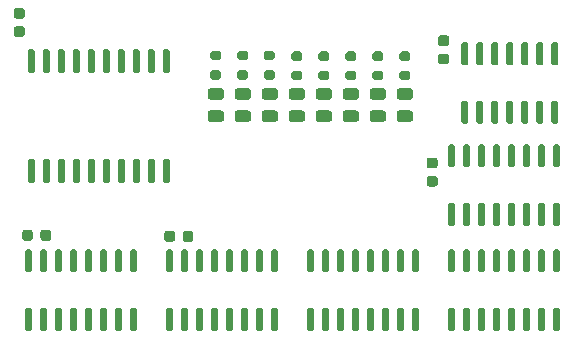
<source format=gbr>
%TF.GenerationSoftware,KiCad,Pcbnew,(5.1.10-1-10_14)*%
%TF.CreationDate,2021-09-22T20:52:25-04:00*%
%TF.ProjectId,SHIFT,53484946-542e-46b6-9963-61645f706362,rev?*%
%TF.SameCoordinates,Original*%
%TF.FileFunction,Paste,Top*%
%TF.FilePolarity,Positive*%
%FSLAX46Y46*%
G04 Gerber Fmt 4.6, Leading zero omitted, Abs format (unit mm)*
G04 Created by KiCad (PCBNEW (5.1.10-1-10_14)) date 2021-09-22 20:52:25*
%MOMM*%
%LPD*%
G01*
G04 APERTURE LIST*
G04 APERTURE END LIST*
%TO.C,C5*%
G36*
G01*
X128640000Y-55495000D02*
X128140000Y-55495000D01*
G75*
G02*
X127915000Y-55270000I0J225000D01*
G01*
X127915000Y-54820000D01*
G75*
G02*
X128140000Y-54595000I225000J0D01*
G01*
X128640000Y-54595000D01*
G75*
G02*
X128865000Y-54820000I0J-225000D01*
G01*
X128865000Y-55270000D01*
G75*
G02*
X128640000Y-55495000I-225000J0D01*
G01*
G37*
G36*
G01*
X128640000Y-57045000D02*
X128140000Y-57045000D01*
G75*
G02*
X127915000Y-56820000I0J225000D01*
G01*
X127915000Y-56370000D01*
G75*
G02*
X128140000Y-56145000I225000J0D01*
G01*
X128640000Y-56145000D01*
G75*
G02*
X128865000Y-56370000I0J-225000D01*
G01*
X128865000Y-56820000D01*
G75*
G02*
X128640000Y-57045000I-225000J0D01*
G01*
G37*
%TD*%
%TO.C,C4*%
G36*
G01*
X142225000Y-74180000D02*
X142225000Y-73680000D01*
G75*
G02*
X142450000Y-73455000I225000J0D01*
G01*
X142900000Y-73455000D01*
G75*
G02*
X143125000Y-73680000I0J-225000D01*
G01*
X143125000Y-74180000D01*
G75*
G02*
X142900000Y-74405000I-225000J0D01*
G01*
X142450000Y-74405000D01*
G75*
G02*
X142225000Y-74180000I0J225000D01*
G01*
G37*
G36*
G01*
X140675000Y-74180000D02*
X140675000Y-73680000D01*
G75*
G02*
X140900000Y-73455000I225000J0D01*
G01*
X141350000Y-73455000D01*
G75*
G02*
X141575000Y-73680000I0J-225000D01*
G01*
X141575000Y-74180000D01*
G75*
G02*
X141350000Y-74405000I-225000J0D01*
G01*
X140900000Y-74405000D01*
G75*
G02*
X140675000Y-74180000I0J225000D01*
G01*
G37*
%TD*%
%TO.C,C3*%
G36*
G01*
X164570000Y-57815000D02*
X164070000Y-57815000D01*
G75*
G02*
X163845000Y-57590000I0J225000D01*
G01*
X163845000Y-57140000D01*
G75*
G02*
X164070000Y-56915000I225000J0D01*
G01*
X164570000Y-56915000D01*
G75*
G02*
X164795000Y-57140000I0J-225000D01*
G01*
X164795000Y-57590000D01*
G75*
G02*
X164570000Y-57815000I-225000J0D01*
G01*
G37*
G36*
G01*
X164570000Y-59365000D02*
X164070000Y-59365000D01*
G75*
G02*
X163845000Y-59140000I0J225000D01*
G01*
X163845000Y-58690000D01*
G75*
G02*
X164070000Y-58465000I225000J0D01*
G01*
X164570000Y-58465000D01*
G75*
G02*
X164795000Y-58690000I0J-225000D01*
G01*
X164795000Y-59140000D01*
G75*
G02*
X164570000Y-59365000I-225000J0D01*
G01*
G37*
%TD*%
%TO.C,C2*%
G36*
G01*
X130185000Y-74100000D02*
X130185000Y-73600000D01*
G75*
G02*
X130410000Y-73375000I225000J0D01*
G01*
X130860000Y-73375000D01*
G75*
G02*
X131085000Y-73600000I0J-225000D01*
G01*
X131085000Y-74100000D01*
G75*
G02*
X130860000Y-74325000I-225000J0D01*
G01*
X130410000Y-74325000D01*
G75*
G02*
X130185000Y-74100000I0J225000D01*
G01*
G37*
G36*
G01*
X128635000Y-74100000D02*
X128635000Y-73600000D01*
G75*
G02*
X128860000Y-73375000I225000J0D01*
G01*
X129310000Y-73375000D01*
G75*
G02*
X129535000Y-73600000I0J-225000D01*
G01*
X129535000Y-74100000D01*
G75*
G02*
X129310000Y-74325000I-225000J0D01*
G01*
X128860000Y-74325000D01*
G75*
G02*
X128635000Y-74100000I0J225000D01*
G01*
G37*
%TD*%
%TO.C,C1*%
G36*
G01*
X163600000Y-68170000D02*
X163100000Y-68170000D01*
G75*
G02*
X162875000Y-67945000I0J225000D01*
G01*
X162875000Y-67495000D01*
G75*
G02*
X163100000Y-67270000I225000J0D01*
G01*
X163600000Y-67270000D01*
G75*
G02*
X163825000Y-67495000I0J-225000D01*
G01*
X163825000Y-67945000D01*
G75*
G02*
X163600000Y-68170000I-225000J0D01*
G01*
G37*
G36*
G01*
X163600000Y-69720000D02*
X163100000Y-69720000D01*
G75*
G02*
X162875000Y-69495000I0J225000D01*
G01*
X162875000Y-69045000D01*
G75*
G02*
X163100000Y-68820000I225000J0D01*
G01*
X163600000Y-68820000D01*
G75*
G02*
X163825000Y-69045000I0J-225000D01*
G01*
X163825000Y-69495000D01*
G75*
G02*
X163600000Y-69720000I-225000J0D01*
G01*
G37*
%TD*%
%TO.C,U15*%
G36*
G01*
X161311000Y-59074000D02*
X160761000Y-59074000D01*
G75*
G02*
X160561000Y-58874000I0J200000D01*
G01*
X160561000Y-58474000D01*
G75*
G02*
X160761000Y-58274000I200000J0D01*
G01*
X161311000Y-58274000D01*
G75*
G02*
X161511000Y-58474000I0J-200000D01*
G01*
X161511000Y-58874000D01*
G75*
G02*
X161311000Y-59074000I-200000J0D01*
G01*
G37*
G36*
G01*
X161311000Y-60724000D02*
X160761000Y-60724000D01*
G75*
G02*
X160561000Y-60524000I0J200000D01*
G01*
X160561000Y-60124000D01*
G75*
G02*
X160761000Y-59924000I200000J0D01*
G01*
X161311000Y-59924000D01*
G75*
G02*
X161511000Y-60124000I0J-200000D01*
G01*
X161511000Y-60524000D01*
G75*
G02*
X161311000Y-60724000I-200000J0D01*
G01*
G37*
%TD*%
%TO.C,U14*%
G36*
G01*
X159025000Y-59074000D02*
X158475000Y-59074000D01*
G75*
G02*
X158275000Y-58874000I0J200000D01*
G01*
X158275000Y-58474000D01*
G75*
G02*
X158475000Y-58274000I200000J0D01*
G01*
X159025000Y-58274000D01*
G75*
G02*
X159225000Y-58474000I0J-200000D01*
G01*
X159225000Y-58874000D01*
G75*
G02*
X159025000Y-59074000I-200000J0D01*
G01*
G37*
G36*
G01*
X159025000Y-60724000D02*
X158475000Y-60724000D01*
G75*
G02*
X158275000Y-60524000I0J200000D01*
G01*
X158275000Y-60124000D01*
G75*
G02*
X158475000Y-59924000I200000J0D01*
G01*
X159025000Y-59924000D01*
G75*
G02*
X159225000Y-60124000I0J-200000D01*
G01*
X159225000Y-60524000D01*
G75*
G02*
X159025000Y-60724000I-200000J0D01*
G01*
G37*
%TD*%
%TO.C,U13*%
G36*
G01*
X156739000Y-59074000D02*
X156189000Y-59074000D01*
G75*
G02*
X155989000Y-58874000I0J200000D01*
G01*
X155989000Y-58474000D01*
G75*
G02*
X156189000Y-58274000I200000J0D01*
G01*
X156739000Y-58274000D01*
G75*
G02*
X156939000Y-58474000I0J-200000D01*
G01*
X156939000Y-58874000D01*
G75*
G02*
X156739000Y-59074000I-200000J0D01*
G01*
G37*
G36*
G01*
X156739000Y-60724000D02*
X156189000Y-60724000D01*
G75*
G02*
X155989000Y-60524000I0J200000D01*
G01*
X155989000Y-60124000D01*
G75*
G02*
X156189000Y-59924000I200000J0D01*
G01*
X156739000Y-59924000D01*
G75*
G02*
X156939000Y-60124000I0J-200000D01*
G01*
X156939000Y-60524000D01*
G75*
G02*
X156739000Y-60724000I-200000J0D01*
G01*
G37*
%TD*%
%TO.C,U12*%
G36*
G01*
X154453000Y-59074000D02*
X153903000Y-59074000D01*
G75*
G02*
X153703000Y-58874000I0J200000D01*
G01*
X153703000Y-58474000D01*
G75*
G02*
X153903000Y-58274000I200000J0D01*
G01*
X154453000Y-58274000D01*
G75*
G02*
X154653000Y-58474000I0J-200000D01*
G01*
X154653000Y-58874000D01*
G75*
G02*
X154453000Y-59074000I-200000J0D01*
G01*
G37*
G36*
G01*
X154453000Y-60724000D02*
X153903000Y-60724000D01*
G75*
G02*
X153703000Y-60524000I0J200000D01*
G01*
X153703000Y-60124000D01*
G75*
G02*
X153903000Y-59924000I200000J0D01*
G01*
X154453000Y-59924000D01*
G75*
G02*
X154653000Y-60124000I0J-200000D01*
G01*
X154653000Y-60524000D01*
G75*
G02*
X154453000Y-60724000I-200000J0D01*
G01*
G37*
%TD*%
%TO.C,U11*%
G36*
G01*
X152167000Y-59074000D02*
X151617000Y-59074000D01*
G75*
G02*
X151417000Y-58874000I0J200000D01*
G01*
X151417000Y-58474000D01*
G75*
G02*
X151617000Y-58274000I200000J0D01*
G01*
X152167000Y-58274000D01*
G75*
G02*
X152367000Y-58474000I0J-200000D01*
G01*
X152367000Y-58874000D01*
G75*
G02*
X152167000Y-59074000I-200000J0D01*
G01*
G37*
G36*
G01*
X152167000Y-60724000D02*
X151617000Y-60724000D01*
G75*
G02*
X151417000Y-60524000I0J200000D01*
G01*
X151417000Y-60124000D01*
G75*
G02*
X151617000Y-59924000I200000J0D01*
G01*
X152167000Y-59924000D01*
G75*
G02*
X152367000Y-60124000I0J-200000D01*
G01*
X152367000Y-60524000D01*
G75*
G02*
X152167000Y-60724000I-200000J0D01*
G01*
G37*
%TD*%
%TO.C,U10*%
G36*
G01*
X149818000Y-59011000D02*
X149268000Y-59011000D01*
G75*
G02*
X149068000Y-58811000I0J200000D01*
G01*
X149068000Y-58411000D01*
G75*
G02*
X149268000Y-58211000I200000J0D01*
G01*
X149818000Y-58211000D01*
G75*
G02*
X150018000Y-58411000I0J-200000D01*
G01*
X150018000Y-58811000D01*
G75*
G02*
X149818000Y-59011000I-200000J0D01*
G01*
G37*
G36*
G01*
X149818000Y-60661000D02*
X149268000Y-60661000D01*
G75*
G02*
X149068000Y-60461000I0J200000D01*
G01*
X149068000Y-60061000D01*
G75*
G02*
X149268000Y-59861000I200000J0D01*
G01*
X149818000Y-59861000D01*
G75*
G02*
X150018000Y-60061000I0J-200000D01*
G01*
X150018000Y-60461000D01*
G75*
G02*
X149818000Y-60661000I-200000J0D01*
G01*
G37*
%TD*%
%TO.C,U9*%
G36*
G01*
X147595000Y-59011000D02*
X147045000Y-59011000D01*
G75*
G02*
X146845000Y-58811000I0J200000D01*
G01*
X146845000Y-58411000D01*
G75*
G02*
X147045000Y-58211000I200000J0D01*
G01*
X147595000Y-58211000D01*
G75*
G02*
X147795000Y-58411000I0J-200000D01*
G01*
X147795000Y-58811000D01*
G75*
G02*
X147595000Y-59011000I-200000J0D01*
G01*
G37*
G36*
G01*
X147595000Y-60661000D02*
X147045000Y-60661000D01*
G75*
G02*
X146845000Y-60461000I0J200000D01*
G01*
X146845000Y-60061000D01*
G75*
G02*
X147045000Y-59861000I200000J0D01*
G01*
X147595000Y-59861000D01*
G75*
G02*
X147795000Y-60061000I0J-200000D01*
G01*
X147795000Y-60461000D01*
G75*
G02*
X147595000Y-60661000I-200000J0D01*
G01*
G37*
%TD*%
%TO.C,U8*%
G36*
G01*
X145309000Y-59011000D02*
X144759000Y-59011000D01*
G75*
G02*
X144559000Y-58811000I0J200000D01*
G01*
X144559000Y-58411000D01*
G75*
G02*
X144759000Y-58211000I200000J0D01*
G01*
X145309000Y-58211000D01*
G75*
G02*
X145509000Y-58411000I0J-200000D01*
G01*
X145509000Y-58811000D01*
G75*
G02*
X145309000Y-59011000I-200000J0D01*
G01*
G37*
G36*
G01*
X145309000Y-60661000D02*
X144759000Y-60661000D01*
G75*
G02*
X144559000Y-60461000I0J200000D01*
G01*
X144559000Y-60061000D01*
G75*
G02*
X144759000Y-59861000I200000J0D01*
G01*
X145309000Y-59861000D01*
G75*
G02*
X145509000Y-60061000I0J-200000D01*
G01*
X145509000Y-60461000D01*
G75*
G02*
X145309000Y-60661000I-200000J0D01*
G01*
G37*
%TD*%
%TO.C,D8*%
G36*
G01*
X160579750Y-63266500D02*
X161492250Y-63266500D01*
G75*
G02*
X161736000Y-63510250I0J-243750D01*
G01*
X161736000Y-63997750D01*
G75*
G02*
X161492250Y-64241500I-243750J0D01*
G01*
X160579750Y-64241500D01*
G75*
G02*
X160336000Y-63997750I0J243750D01*
G01*
X160336000Y-63510250D01*
G75*
G02*
X160579750Y-63266500I243750J0D01*
G01*
G37*
G36*
G01*
X160579750Y-61391500D02*
X161492250Y-61391500D01*
G75*
G02*
X161736000Y-61635250I0J-243750D01*
G01*
X161736000Y-62122750D01*
G75*
G02*
X161492250Y-62366500I-243750J0D01*
G01*
X160579750Y-62366500D01*
G75*
G02*
X160336000Y-62122750I0J243750D01*
G01*
X160336000Y-61635250D01*
G75*
G02*
X160579750Y-61391500I243750J0D01*
G01*
G37*
%TD*%
%TO.C,D7*%
G36*
G01*
X158293750Y-63266500D02*
X159206250Y-63266500D01*
G75*
G02*
X159450000Y-63510250I0J-243750D01*
G01*
X159450000Y-63997750D01*
G75*
G02*
X159206250Y-64241500I-243750J0D01*
G01*
X158293750Y-64241500D01*
G75*
G02*
X158050000Y-63997750I0J243750D01*
G01*
X158050000Y-63510250D01*
G75*
G02*
X158293750Y-63266500I243750J0D01*
G01*
G37*
G36*
G01*
X158293750Y-61391500D02*
X159206250Y-61391500D01*
G75*
G02*
X159450000Y-61635250I0J-243750D01*
G01*
X159450000Y-62122750D01*
G75*
G02*
X159206250Y-62366500I-243750J0D01*
G01*
X158293750Y-62366500D01*
G75*
G02*
X158050000Y-62122750I0J243750D01*
G01*
X158050000Y-61635250D01*
G75*
G02*
X158293750Y-61391500I243750J0D01*
G01*
G37*
%TD*%
%TO.C,D6*%
G36*
G01*
X156007750Y-63266500D02*
X156920250Y-63266500D01*
G75*
G02*
X157164000Y-63510250I0J-243750D01*
G01*
X157164000Y-63997750D01*
G75*
G02*
X156920250Y-64241500I-243750J0D01*
G01*
X156007750Y-64241500D01*
G75*
G02*
X155764000Y-63997750I0J243750D01*
G01*
X155764000Y-63510250D01*
G75*
G02*
X156007750Y-63266500I243750J0D01*
G01*
G37*
G36*
G01*
X156007750Y-61391500D02*
X156920250Y-61391500D01*
G75*
G02*
X157164000Y-61635250I0J-243750D01*
G01*
X157164000Y-62122750D01*
G75*
G02*
X156920250Y-62366500I-243750J0D01*
G01*
X156007750Y-62366500D01*
G75*
G02*
X155764000Y-62122750I0J243750D01*
G01*
X155764000Y-61635250D01*
G75*
G02*
X156007750Y-61391500I243750J0D01*
G01*
G37*
%TD*%
%TO.C,D5*%
G36*
G01*
X153721750Y-63266500D02*
X154634250Y-63266500D01*
G75*
G02*
X154878000Y-63510250I0J-243750D01*
G01*
X154878000Y-63997750D01*
G75*
G02*
X154634250Y-64241500I-243750J0D01*
G01*
X153721750Y-64241500D01*
G75*
G02*
X153478000Y-63997750I0J243750D01*
G01*
X153478000Y-63510250D01*
G75*
G02*
X153721750Y-63266500I243750J0D01*
G01*
G37*
G36*
G01*
X153721750Y-61391500D02*
X154634250Y-61391500D01*
G75*
G02*
X154878000Y-61635250I0J-243750D01*
G01*
X154878000Y-62122750D01*
G75*
G02*
X154634250Y-62366500I-243750J0D01*
G01*
X153721750Y-62366500D01*
G75*
G02*
X153478000Y-62122750I0J243750D01*
G01*
X153478000Y-61635250D01*
G75*
G02*
X153721750Y-61391500I243750J0D01*
G01*
G37*
%TD*%
%TO.C,D4*%
G36*
G01*
X151435750Y-63266500D02*
X152348250Y-63266500D01*
G75*
G02*
X152592000Y-63510250I0J-243750D01*
G01*
X152592000Y-63997750D01*
G75*
G02*
X152348250Y-64241500I-243750J0D01*
G01*
X151435750Y-64241500D01*
G75*
G02*
X151192000Y-63997750I0J243750D01*
G01*
X151192000Y-63510250D01*
G75*
G02*
X151435750Y-63266500I243750J0D01*
G01*
G37*
G36*
G01*
X151435750Y-61391500D02*
X152348250Y-61391500D01*
G75*
G02*
X152592000Y-61635250I0J-243750D01*
G01*
X152592000Y-62122750D01*
G75*
G02*
X152348250Y-62366500I-243750J0D01*
G01*
X151435750Y-62366500D01*
G75*
G02*
X151192000Y-62122750I0J243750D01*
G01*
X151192000Y-61635250D01*
G75*
G02*
X151435750Y-61391500I243750J0D01*
G01*
G37*
%TD*%
%TO.C,D3*%
G36*
G01*
X149149750Y-63266500D02*
X150062250Y-63266500D01*
G75*
G02*
X150306000Y-63510250I0J-243750D01*
G01*
X150306000Y-63997750D01*
G75*
G02*
X150062250Y-64241500I-243750J0D01*
G01*
X149149750Y-64241500D01*
G75*
G02*
X148906000Y-63997750I0J243750D01*
G01*
X148906000Y-63510250D01*
G75*
G02*
X149149750Y-63266500I243750J0D01*
G01*
G37*
G36*
G01*
X149149750Y-61391500D02*
X150062250Y-61391500D01*
G75*
G02*
X150306000Y-61635250I0J-243750D01*
G01*
X150306000Y-62122750D01*
G75*
G02*
X150062250Y-62366500I-243750J0D01*
G01*
X149149750Y-62366500D01*
G75*
G02*
X148906000Y-62122750I0J243750D01*
G01*
X148906000Y-61635250D01*
G75*
G02*
X149149750Y-61391500I243750J0D01*
G01*
G37*
%TD*%
%TO.C,D2*%
G36*
G01*
X146863750Y-63266500D02*
X147776250Y-63266500D01*
G75*
G02*
X148020000Y-63510250I0J-243750D01*
G01*
X148020000Y-63997750D01*
G75*
G02*
X147776250Y-64241500I-243750J0D01*
G01*
X146863750Y-64241500D01*
G75*
G02*
X146620000Y-63997750I0J243750D01*
G01*
X146620000Y-63510250D01*
G75*
G02*
X146863750Y-63266500I243750J0D01*
G01*
G37*
G36*
G01*
X146863750Y-61391500D02*
X147776250Y-61391500D01*
G75*
G02*
X148020000Y-61635250I0J-243750D01*
G01*
X148020000Y-62122750D01*
G75*
G02*
X147776250Y-62366500I-243750J0D01*
G01*
X146863750Y-62366500D01*
G75*
G02*
X146620000Y-62122750I0J243750D01*
G01*
X146620000Y-61635250D01*
G75*
G02*
X146863750Y-61391500I243750J0D01*
G01*
G37*
%TD*%
%TO.C,D1*%
G36*
G01*
X144577750Y-63266500D02*
X145490250Y-63266500D01*
G75*
G02*
X145734000Y-63510250I0J-243750D01*
G01*
X145734000Y-63997750D01*
G75*
G02*
X145490250Y-64241500I-243750J0D01*
G01*
X144577750Y-64241500D01*
G75*
G02*
X144334000Y-63997750I0J243750D01*
G01*
X144334000Y-63510250D01*
G75*
G02*
X144577750Y-63266500I243750J0D01*
G01*
G37*
G36*
G01*
X144577750Y-61391500D02*
X145490250Y-61391500D01*
G75*
G02*
X145734000Y-61635250I0J-243750D01*
G01*
X145734000Y-62122750D01*
G75*
G02*
X145490250Y-62366500I-243750J0D01*
G01*
X144577750Y-62366500D01*
G75*
G02*
X144334000Y-62122750I0J243750D01*
G01*
X144334000Y-61635250D01*
G75*
G02*
X144577750Y-61391500I243750J0D01*
G01*
G37*
%TD*%
%TO.C,U7*%
G36*
G01*
X166266000Y-59460000D02*
X165966000Y-59460000D01*
G75*
G02*
X165816000Y-59310000I0J150000D01*
G01*
X165816000Y-57660000D01*
G75*
G02*
X165966000Y-57510000I150000J0D01*
G01*
X166266000Y-57510000D01*
G75*
G02*
X166416000Y-57660000I0J-150000D01*
G01*
X166416000Y-59310000D01*
G75*
G02*
X166266000Y-59460000I-150000J0D01*
G01*
G37*
G36*
G01*
X167536000Y-59460000D02*
X167236000Y-59460000D01*
G75*
G02*
X167086000Y-59310000I0J150000D01*
G01*
X167086000Y-57660000D01*
G75*
G02*
X167236000Y-57510000I150000J0D01*
G01*
X167536000Y-57510000D01*
G75*
G02*
X167686000Y-57660000I0J-150000D01*
G01*
X167686000Y-59310000D01*
G75*
G02*
X167536000Y-59460000I-150000J0D01*
G01*
G37*
G36*
G01*
X168806000Y-59460000D02*
X168506000Y-59460000D01*
G75*
G02*
X168356000Y-59310000I0J150000D01*
G01*
X168356000Y-57660000D01*
G75*
G02*
X168506000Y-57510000I150000J0D01*
G01*
X168806000Y-57510000D01*
G75*
G02*
X168956000Y-57660000I0J-150000D01*
G01*
X168956000Y-59310000D01*
G75*
G02*
X168806000Y-59460000I-150000J0D01*
G01*
G37*
G36*
G01*
X170076000Y-59460000D02*
X169776000Y-59460000D01*
G75*
G02*
X169626000Y-59310000I0J150000D01*
G01*
X169626000Y-57660000D01*
G75*
G02*
X169776000Y-57510000I150000J0D01*
G01*
X170076000Y-57510000D01*
G75*
G02*
X170226000Y-57660000I0J-150000D01*
G01*
X170226000Y-59310000D01*
G75*
G02*
X170076000Y-59460000I-150000J0D01*
G01*
G37*
G36*
G01*
X171346000Y-59460000D02*
X171046000Y-59460000D01*
G75*
G02*
X170896000Y-59310000I0J150000D01*
G01*
X170896000Y-57660000D01*
G75*
G02*
X171046000Y-57510000I150000J0D01*
G01*
X171346000Y-57510000D01*
G75*
G02*
X171496000Y-57660000I0J-150000D01*
G01*
X171496000Y-59310000D01*
G75*
G02*
X171346000Y-59460000I-150000J0D01*
G01*
G37*
G36*
G01*
X172616000Y-59460000D02*
X172316000Y-59460000D01*
G75*
G02*
X172166000Y-59310000I0J150000D01*
G01*
X172166000Y-57660000D01*
G75*
G02*
X172316000Y-57510000I150000J0D01*
G01*
X172616000Y-57510000D01*
G75*
G02*
X172766000Y-57660000I0J-150000D01*
G01*
X172766000Y-59310000D01*
G75*
G02*
X172616000Y-59460000I-150000J0D01*
G01*
G37*
G36*
G01*
X173886000Y-59460000D02*
X173586000Y-59460000D01*
G75*
G02*
X173436000Y-59310000I0J150000D01*
G01*
X173436000Y-57660000D01*
G75*
G02*
X173586000Y-57510000I150000J0D01*
G01*
X173886000Y-57510000D01*
G75*
G02*
X174036000Y-57660000I0J-150000D01*
G01*
X174036000Y-59310000D01*
G75*
G02*
X173886000Y-59460000I-150000J0D01*
G01*
G37*
G36*
G01*
X173886000Y-64410000D02*
X173586000Y-64410000D01*
G75*
G02*
X173436000Y-64260000I0J150000D01*
G01*
X173436000Y-62610000D01*
G75*
G02*
X173586000Y-62460000I150000J0D01*
G01*
X173886000Y-62460000D01*
G75*
G02*
X174036000Y-62610000I0J-150000D01*
G01*
X174036000Y-64260000D01*
G75*
G02*
X173886000Y-64410000I-150000J0D01*
G01*
G37*
G36*
G01*
X172616000Y-64410000D02*
X172316000Y-64410000D01*
G75*
G02*
X172166000Y-64260000I0J150000D01*
G01*
X172166000Y-62610000D01*
G75*
G02*
X172316000Y-62460000I150000J0D01*
G01*
X172616000Y-62460000D01*
G75*
G02*
X172766000Y-62610000I0J-150000D01*
G01*
X172766000Y-64260000D01*
G75*
G02*
X172616000Y-64410000I-150000J0D01*
G01*
G37*
G36*
G01*
X171346000Y-64410000D02*
X171046000Y-64410000D01*
G75*
G02*
X170896000Y-64260000I0J150000D01*
G01*
X170896000Y-62610000D01*
G75*
G02*
X171046000Y-62460000I150000J0D01*
G01*
X171346000Y-62460000D01*
G75*
G02*
X171496000Y-62610000I0J-150000D01*
G01*
X171496000Y-64260000D01*
G75*
G02*
X171346000Y-64410000I-150000J0D01*
G01*
G37*
G36*
G01*
X170076000Y-64410000D02*
X169776000Y-64410000D01*
G75*
G02*
X169626000Y-64260000I0J150000D01*
G01*
X169626000Y-62610000D01*
G75*
G02*
X169776000Y-62460000I150000J0D01*
G01*
X170076000Y-62460000D01*
G75*
G02*
X170226000Y-62610000I0J-150000D01*
G01*
X170226000Y-64260000D01*
G75*
G02*
X170076000Y-64410000I-150000J0D01*
G01*
G37*
G36*
G01*
X168806000Y-64410000D02*
X168506000Y-64410000D01*
G75*
G02*
X168356000Y-64260000I0J150000D01*
G01*
X168356000Y-62610000D01*
G75*
G02*
X168506000Y-62460000I150000J0D01*
G01*
X168806000Y-62460000D01*
G75*
G02*
X168956000Y-62610000I0J-150000D01*
G01*
X168956000Y-64260000D01*
G75*
G02*
X168806000Y-64410000I-150000J0D01*
G01*
G37*
G36*
G01*
X167536000Y-64410000D02*
X167236000Y-64410000D01*
G75*
G02*
X167086000Y-64260000I0J150000D01*
G01*
X167086000Y-62610000D01*
G75*
G02*
X167236000Y-62460000I150000J0D01*
G01*
X167536000Y-62460000D01*
G75*
G02*
X167686000Y-62610000I0J-150000D01*
G01*
X167686000Y-64260000D01*
G75*
G02*
X167536000Y-64410000I-150000J0D01*
G01*
G37*
G36*
G01*
X166266000Y-64410000D02*
X165966000Y-64410000D01*
G75*
G02*
X165816000Y-64260000I0J150000D01*
G01*
X165816000Y-62610000D01*
G75*
G02*
X165966000Y-62460000I150000J0D01*
G01*
X166266000Y-62460000D01*
G75*
G02*
X166416000Y-62610000I0J-150000D01*
G01*
X166416000Y-64260000D01*
G75*
G02*
X166266000Y-64410000I-150000J0D01*
G01*
G37*
%TD*%
%TO.C,U6*%
G36*
G01*
X165123000Y-68096000D02*
X164823000Y-68096000D01*
G75*
G02*
X164673000Y-67946000I0J150000D01*
G01*
X164673000Y-66296000D01*
G75*
G02*
X164823000Y-66146000I150000J0D01*
G01*
X165123000Y-66146000D01*
G75*
G02*
X165273000Y-66296000I0J-150000D01*
G01*
X165273000Y-67946000D01*
G75*
G02*
X165123000Y-68096000I-150000J0D01*
G01*
G37*
G36*
G01*
X166393000Y-68096000D02*
X166093000Y-68096000D01*
G75*
G02*
X165943000Y-67946000I0J150000D01*
G01*
X165943000Y-66296000D01*
G75*
G02*
X166093000Y-66146000I150000J0D01*
G01*
X166393000Y-66146000D01*
G75*
G02*
X166543000Y-66296000I0J-150000D01*
G01*
X166543000Y-67946000D01*
G75*
G02*
X166393000Y-68096000I-150000J0D01*
G01*
G37*
G36*
G01*
X167663000Y-68096000D02*
X167363000Y-68096000D01*
G75*
G02*
X167213000Y-67946000I0J150000D01*
G01*
X167213000Y-66296000D01*
G75*
G02*
X167363000Y-66146000I150000J0D01*
G01*
X167663000Y-66146000D01*
G75*
G02*
X167813000Y-66296000I0J-150000D01*
G01*
X167813000Y-67946000D01*
G75*
G02*
X167663000Y-68096000I-150000J0D01*
G01*
G37*
G36*
G01*
X168933000Y-68096000D02*
X168633000Y-68096000D01*
G75*
G02*
X168483000Y-67946000I0J150000D01*
G01*
X168483000Y-66296000D01*
G75*
G02*
X168633000Y-66146000I150000J0D01*
G01*
X168933000Y-66146000D01*
G75*
G02*
X169083000Y-66296000I0J-150000D01*
G01*
X169083000Y-67946000D01*
G75*
G02*
X168933000Y-68096000I-150000J0D01*
G01*
G37*
G36*
G01*
X170203000Y-68096000D02*
X169903000Y-68096000D01*
G75*
G02*
X169753000Y-67946000I0J150000D01*
G01*
X169753000Y-66296000D01*
G75*
G02*
X169903000Y-66146000I150000J0D01*
G01*
X170203000Y-66146000D01*
G75*
G02*
X170353000Y-66296000I0J-150000D01*
G01*
X170353000Y-67946000D01*
G75*
G02*
X170203000Y-68096000I-150000J0D01*
G01*
G37*
G36*
G01*
X171473000Y-68096000D02*
X171173000Y-68096000D01*
G75*
G02*
X171023000Y-67946000I0J150000D01*
G01*
X171023000Y-66296000D01*
G75*
G02*
X171173000Y-66146000I150000J0D01*
G01*
X171473000Y-66146000D01*
G75*
G02*
X171623000Y-66296000I0J-150000D01*
G01*
X171623000Y-67946000D01*
G75*
G02*
X171473000Y-68096000I-150000J0D01*
G01*
G37*
G36*
G01*
X172743000Y-68096000D02*
X172443000Y-68096000D01*
G75*
G02*
X172293000Y-67946000I0J150000D01*
G01*
X172293000Y-66296000D01*
G75*
G02*
X172443000Y-66146000I150000J0D01*
G01*
X172743000Y-66146000D01*
G75*
G02*
X172893000Y-66296000I0J-150000D01*
G01*
X172893000Y-67946000D01*
G75*
G02*
X172743000Y-68096000I-150000J0D01*
G01*
G37*
G36*
G01*
X174013000Y-68096000D02*
X173713000Y-68096000D01*
G75*
G02*
X173563000Y-67946000I0J150000D01*
G01*
X173563000Y-66296000D01*
G75*
G02*
X173713000Y-66146000I150000J0D01*
G01*
X174013000Y-66146000D01*
G75*
G02*
X174163000Y-66296000I0J-150000D01*
G01*
X174163000Y-67946000D01*
G75*
G02*
X174013000Y-68096000I-150000J0D01*
G01*
G37*
G36*
G01*
X174013000Y-73046000D02*
X173713000Y-73046000D01*
G75*
G02*
X173563000Y-72896000I0J150000D01*
G01*
X173563000Y-71246000D01*
G75*
G02*
X173713000Y-71096000I150000J0D01*
G01*
X174013000Y-71096000D01*
G75*
G02*
X174163000Y-71246000I0J-150000D01*
G01*
X174163000Y-72896000D01*
G75*
G02*
X174013000Y-73046000I-150000J0D01*
G01*
G37*
G36*
G01*
X172743000Y-73046000D02*
X172443000Y-73046000D01*
G75*
G02*
X172293000Y-72896000I0J150000D01*
G01*
X172293000Y-71246000D01*
G75*
G02*
X172443000Y-71096000I150000J0D01*
G01*
X172743000Y-71096000D01*
G75*
G02*
X172893000Y-71246000I0J-150000D01*
G01*
X172893000Y-72896000D01*
G75*
G02*
X172743000Y-73046000I-150000J0D01*
G01*
G37*
G36*
G01*
X171473000Y-73046000D02*
X171173000Y-73046000D01*
G75*
G02*
X171023000Y-72896000I0J150000D01*
G01*
X171023000Y-71246000D01*
G75*
G02*
X171173000Y-71096000I150000J0D01*
G01*
X171473000Y-71096000D01*
G75*
G02*
X171623000Y-71246000I0J-150000D01*
G01*
X171623000Y-72896000D01*
G75*
G02*
X171473000Y-73046000I-150000J0D01*
G01*
G37*
G36*
G01*
X170203000Y-73046000D02*
X169903000Y-73046000D01*
G75*
G02*
X169753000Y-72896000I0J150000D01*
G01*
X169753000Y-71246000D01*
G75*
G02*
X169903000Y-71096000I150000J0D01*
G01*
X170203000Y-71096000D01*
G75*
G02*
X170353000Y-71246000I0J-150000D01*
G01*
X170353000Y-72896000D01*
G75*
G02*
X170203000Y-73046000I-150000J0D01*
G01*
G37*
G36*
G01*
X168933000Y-73046000D02*
X168633000Y-73046000D01*
G75*
G02*
X168483000Y-72896000I0J150000D01*
G01*
X168483000Y-71246000D01*
G75*
G02*
X168633000Y-71096000I150000J0D01*
G01*
X168933000Y-71096000D01*
G75*
G02*
X169083000Y-71246000I0J-150000D01*
G01*
X169083000Y-72896000D01*
G75*
G02*
X168933000Y-73046000I-150000J0D01*
G01*
G37*
G36*
G01*
X167663000Y-73046000D02*
X167363000Y-73046000D01*
G75*
G02*
X167213000Y-72896000I0J150000D01*
G01*
X167213000Y-71246000D01*
G75*
G02*
X167363000Y-71096000I150000J0D01*
G01*
X167663000Y-71096000D01*
G75*
G02*
X167813000Y-71246000I0J-150000D01*
G01*
X167813000Y-72896000D01*
G75*
G02*
X167663000Y-73046000I-150000J0D01*
G01*
G37*
G36*
G01*
X166393000Y-73046000D02*
X166093000Y-73046000D01*
G75*
G02*
X165943000Y-72896000I0J150000D01*
G01*
X165943000Y-71246000D01*
G75*
G02*
X166093000Y-71096000I150000J0D01*
G01*
X166393000Y-71096000D01*
G75*
G02*
X166543000Y-71246000I0J-150000D01*
G01*
X166543000Y-72896000D01*
G75*
G02*
X166393000Y-73046000I-150000J0D01*
G01*
G37*
G36*
G01*
X165123000Y-73046000D02*
X164823000Y-73046000D01*
G75*
G02*
X164673000Y-72896000I0J150000D01*
G01*
X164673000Y-71246000D01*
G75*
G02*
X164823000Y-71096000I150000J0D01*
G01*
X165123000Y-71096000D01*
G75*
G02*
X165273000Y-71246000I0J-150000D01*
G01*
X165273000Y-72896000D01*
G75*
G02*
X165123000Y-73046000I-150000J0D01*
G01*
G37*
%TD*%
%TO.C,U5*%
G36*
G01*
X165123000Y-76986000D02*
X164823000Y-76986000D01*
G75*
G02*
X164673000Y-76836000I0J150000D01*
G01*
X164673000Y-75186000D01*
G75*
G02*
X164823000Y-75036000I150000J0D01*
G01*
X165123000Y-75036000D01*
G75*
G02*
X165273000Y-75186000I0J-150000D01*
G01*
X165273000Y-76836000D01*
G75*
G02*
X165123000Y-76986000I-150000J0D01*
G01*
G37*
G36*
G01*
X166393000Y-76986000D02*
X166093000Y-76986000D01*
G75*
G02*
X165943000Y-76836000I0J150000D01*
G01*
X165943000Y-75186000D01*
G75*
G02*
X166093000Y-75036000I150000J0D01*
G01*
X166393000Y-75036000D01*
G75*
G02*
X166543000Y-75186000I0J-150000D01*
G01*
X166543000Y-76836000D01*
G75*
G02*
X166393000Y-76986000I-150000J0D01*
G01*
G37*
G36*
G01*
X167663000Y-76986000D02*
X167363000Y-76986000D01*
G75*
G02*
X167213000Y-76836000I0J150000D01*
G01*
X167213000Y-75186000D01*
G75*
G02*
X167363000Y-75036000I150000J0D01*
G01*
X167663000Y-75036000D01*
G75*
G02*
X167813000Y-75186000I0J-150000D01*
G01*
X167813000Y-76836000D01*
G75*
G02*
X167663000Y-76986000I-150000J0D01*
G01*
G37*
G36*
G01*
X168933000Y-76986000D02*
X168633000Y-76986000D01*
G75*
G02*
X168483000Y-76836000I0J150000D01*
G01*
X168483000Y-75186000D01*
G75*
G02*
X168633000Y-75036000I150000J0D01*
G01*
X168933000Y-75036000D01*
G75*
G02*
X169083000Y-75186000I0J-150000D01*
G01*
X169083000Y-76836000D01*
G75*
G02*
X168933000Y-76986000I-150000J0D01*
G01*
G37*
G36*
G01*
X170203000Y-76986000D02*
X169903000Y-76986000D01*
G75*
G02*
X169753000Y-76836000I0J150000D01*
G01*
X169753000Y-75186000D01*
G75*
G02*
X169903000Y-75036000I150000J0D01*
G01*
X170203000Y-75036000D01*
G75*
G02*
X170353000Y-75186000I0J-150000D01*
G01*
X170353000Y-76836000D01*
G75*
G02*
X170203000Y-76986000I-150000J0D01*
G01*
G37*
G36*
G01*
X171473000Y-76986000D02*
X171173000Y-76986000D01*
G75*
G02*
X171023000Y-76836000I0J150000D01*
G01*
X171023000Y-75186000D01*
G75*
G02*
X171173000Y-75036000I150000J0D01*
G01*
X171473000Y-75036000D01*
G75*
G02*
X171623000Y-75186000I0J-150000D01*
G01*
X171623000Y-76836000D01*
G75*
G02*
X171473000Y-76986000I-150000J0D01*
G01*
G37*
G36*
G01*
X172743000Y-76986000D02*
X172443000Y-76986000D01*
G75*
G02*
X172293000Y-76836000I0J150000D01*
G01*
X172293000Y-75186000D01*
G75*
G02*
X172443000Y-75036000I150000J0D01*
G01*
X172743000Y-75036000D01*
G75*
G02*
X172893000Y-75186000I0J-150000D01*
G01*
X172893000Y-76836000D01*
G75*
G02*
X172743000Y-76986000I-150000J0D01*
G01*
G37*
G36*
G01*
X174013000Y-76986000D02*
X173713000Y-76986000D01*
G75*
G02*
X173563000Y-76836000I0J150000D01*
G01*
X173563000Y-75186000D01*
G75*
G02*
X173713000Y-75036000I150000J0D01*
G01*
X174013000Y-75036000D01*
G75*
G02*
X174163000Y-75186000I0J-150000D01*
G01*
X174163000Y-76836000D01*
G75*
G02*
X174013000Y-76986000I-150000J0D01*
G01*
G37*
G36*
G01*
X174013000Y-81936000D02*
X173713000Y-81936000D01*
G75*
G02*
X173563000Y-81786000I0J150000D01*
G01*
X173563000Y-80136000D01*
G75*
G02*
X173713000Y-79986000I150000J0D01*
G01*
X174013000Y-79986000D01*
G75*
G02*
X174163000Y-80136000I0J-150000D01*
G01*
X174163000Y-81786000D01*
G75*
G02*
X174013000Y-81936000I-150000J0D01*
G01*
G37*
G36*
G01*
X172743000Y-81936000D02*
X172443000Y-81936000D01*
G75*
G02*
X172293000Y-81786000I0J150000D01*
G01*
X172293000Y-80136000D01*
G75*
G02*
X172443000Y-79986000I150000J0D01*
G01*
X172743000Y-79986000D01*
G75*
G02*
X172893000Y-80136000I0J-150000D01*
G01*
X172893000Y-81786000D01*
G75*
G02*
X172743000Y-81936000I-150000J0D01*
G01*
G37*
G36*
G01*
X171473000Y-81936000D02*
X171173000Y-81936000D01*
G75*
G02*
X171023000Y-81786000I0J150000D01*
G01*
X171023000Y-80136000D01*
G75*
G02*
X171173000Y-79986000I150000J0D01*
G01*
X171473000Y-79986000D01*
G75*
G02*
X171623000Y-80136000I0J-150000D01*
G01*
X171623000Y-81786000D01*
G75*
G02*
X171473000Y-81936000I-150000J0D01*
G01*
G37*
G36*
G01*
X170203000Y-81936000D02*
X169903000Y-81936000D01*
G75*
G02*
X169753000Y-81786000I0J150000D01*
G01*
X169753000Y-80136000D01*
G75*
G02*
X169903000Y-79986000I150000J0D01*
G01*
X170203000Y-79986000D01*
G75*
G02*
X170353000Y-80136000I0J-150000D01*
G01*
X170353000Y-81786000D01*
G75*
G02*
X170203000Y-81936000I-150000J0D01*
G01*
G37*
G36*
G01*
X168933000Y-81936000D02*
X168633000Y-81936000D01*
G75*
G02*
X168483000Y-81786000I0J150000D01*
G01*
X168483000Y-80136000D01*
G75*
G02*
X168633000Y-79986000I150000J0D01*
G01*
X168933000Y-79986000D01*
G75*
G02*
X169083000Y-80136000I0J-150000D01*
G01*
X169083000Y-81786000D01*
G75*
G02*
X168933000Y-81936000I-150000J0D01*
G01*
G37*
G36*
G01*
X167663000Y-81936000D02*
X167363000Y-81936000D01*
G75*
G02*
X167213000Y-81786000I0J150000D01*
G01*
X167213000Y-80136000D01*
G75*
G02*
X167363000Y-79986000I150000J0D01*
G01*
X167663000Y-79986000D01*
G75*
G02*
X167813000Y-80136000I0J-150000D01*
G01*
X167813000Y-81786000D01*
G75*
G02*
X167663000Y-81936000I-150000J0D01*
G01*
G37*
G36*
G01*
X166393000Y-81936000D02*
X166093000Y-81936000D01*
G75*
G02*
X165943000Y-81786000I0J150000D01*
G01*
X165943000Y-80136000D01*
G75*
G02*
X166093000Y-79986000I150000J0D01*
G01*
X166393000Y-79986000D01*
G75*
G02*
X166543000Y-80136000I0J-150000D01*
G01*
X166543000Y-81786000D01*
G75*
G02*
X166393000Y-81936000I-150000J0D01*
G01*
G37*
G36*
G01*
X165123000Y-81936000D02*
X164823000Y-81936000D01*
G75*
G02*
X164673000Y-81786000I0J150000D01*
G01*
X164673000Y-80136000D01*
G75*
G02*
X164823000Y-79986000I150000J0D01*
G01*
X165123000Y-79986000D01*
G75*
G02*
X165273000Y-80136000I0J-150000D01*
G01*
X165273000Y-81786000D01*
G75*
G02*
X165123000Y-81936000I-150000J0D01*
G01*
G37*
%TD*%
%TO.C,U4*%
G36*
G01*
X153185000Y-76986000D02*
X152885000Y-76986000D01*
G75*
G02*
X152735000Y-76836000I0J150000D01*
G01*
X152735000Y-75186000D01*
G75*
G02*
X152885000Y-75036000I150000J0D01*
G01*
X153185000Y-75036000D01*
G75*
G02*
X153335000Y-75186000I0J-150000D01*
G01*
X153335000Y-76836000D01*
G75*
G02*
X153185000Y-76986000I-150000J0D01*
G01*
G37*
G36*
G01*
X154455000Y-76986000D02*
X154155000Y-76986000D01*
G75*
G02*
X154005000Y-76836000I0J150000D01*
G01*
X154005000Y-75186000D01*
G75*
G02*
X154155000Y-75036000I150000J0D01*
G01*
X154455000Y-75036000D01*
G75*
G02*
X154605000Y-75186000I0J-150000D01*
G01*
X154605000Y-76836000D01*
G75*
G02*
X154455000Y-76986000I-150000J0D01*
G01*
G37*
G36*
G01*
X155725000Y-76986000D02*
X155425000Y-76986000D01*
G75*
G02*
X155275000Y-76836000I0J150000D01*
G01*
X155275000Y-75186000D01*
G75*
G02*
X155425000Y-75036000I150000J0D01*
G01*
X155725000Y-75036000D01*
G75*
G02*
X155875000Y-75186000I0J-150000D01*
G01*
X155875000Y-76836000D01*
G75*
G02*
X155725000Y-76986000I-150000J0D01*
G01*
G37*
G36*
G01*
X156995000Y-76986000D02*
X156695000Y-76986000D01*
G75*
G02*
X156545000Y-76836000I0J150000D01*
G01*
X156545000Y-75186000D01*
G75*
G02*
X156695000Y-75036000I150000J0D01*
G01*
X156995000Y-75036000D01*
G75*
G02*
X157145000Y-75186000I0J-150000D01*
G01*
X157145000Y-76836000D01*
G75*
G02*
X156995000Y-76986000I-150000J0D01*
G01*
G37*
G36*
G01*
X158265000Y-76986000D02*
X157965000Y-76986000D01*
G75*
G02*
X157815000Y-76836000I0J150000D01*
G01*
X157815000Y-75186000D01*
G75*
G02*
X157965000Y-75036000I150000J0D01*
G01*
X158265000Y-75036000D01*
G75*
G02*
X158415000Y-75186000I0J-150000D01*
G01*
X158415000Y-76836000D01*
G75*
G02*
X158265000Y-76986000I-150000J0D01*
G01*
G37*
G36*
G01*
X159535000Y-76986000D02*
X159235000Y-76986000D01*
G75*
G02*
X159085000Y-76836000I0J150000D01*
G01*
X159085000Y-75186000D01*
G75*
G02*
X159235000Y-75036000I150000J0D01*
G01*
X159535000Y-75036000D01*
G75*
G02*
X159685000Y-75186000I0J-150000D01*
G01*
X159685000Y-76836000D01*
G75*
G02*
X159535000Y-76986000I-150000J0D01*
G01*
G37*
G36*
G01*
X160805000Y-76986000D02*
X160505000Y-76986000D01*
G75*
G02*
X160355000Y-76836000I0J150000D01*
G01*
X160355000Y-75186000D01*
G75*
G02*
X160505000Y-75036000I150000J0D01*
G01*
X160805000Y-75036000D01*
G75*
G02*
X160955000Y-75186000I0J-150000D01*
G01*
X160955000Y-76836000D01*
G75*
G02*
X160805000Y-76986000I-150000J0D01*
G01*
G37*
G36*
G01*
X162075000Y-76986000D02*
X161775000Y-76986000D01*
G75*
G02*
X161625000Y-76836000I0J150000D01*
G01*
X161625000Y-75186000D01*
G75*
G02*
X161775000Y-75036000I150000J0D01*
G01*
X162075000Y-75036000D01*
G75*
G02*
X162225000Y-75186000I0J-150000D01*
G01*
X162225000Y-76836000D01*
G75*
G02*
X162075000Y-76986000I-150000J0D01*
G01*
G37*
G36*
G01*
X162075000Y-81936000D02*
X161775000Y-81936000D01*
G75*
G02*
X161625000Y-81786000I0J150000D01*
G01*
X161625000Y-80136000D01*
G75*
G02*
X161775000Y-79986000I150000J0D01*
G01*
X162075000Y-79986000D01*
G75*
G02*
X162225000Y-80136000I0J-150000D01*
G01*
X162225000Y-81786000D01*
G75*
G02*
X162075000Y-81936000I-150000J0D01*
G01*
G37*
G36*
G01*
X160805000Y-81936000D02*
X160505000Y-81936000D01*
G75*
G02*
X160355000Y-81786000I0J150000D01*
G01*
X160355000Y-80136000D01*
G75*
G02*
X160505000Y-79986000I150000J0D01*
G01*
X160805000Y-79986000D01*
G75*
G02*
X160955000Y-80136000I0J-150000D01*
G01*
X160955000Y-81786000D01*
G75*
G02*
X160805000Y-81936000I-150000J0D01*
G01*
G37*
G36*
G01*
X159535000Y-81936000D02*
X159235000Y-81936000D01*
G75*
G02*
X159085000Y-81786000I0J150000D01*
G01*
X159085000Y-80136000D01*
G75*
G02*
X159235000Y-79986000I150000J0D01*
G01*
X159535000Y-79986000D01*
G75*
G02*
X159685000Y-80136000I0J-150000D01*
G01*
X159685000Y-81786000D01*
G75*
G02*
X159535000Y-81936000I-150000J0D01*
G01*
G37*
G36*
G01*
X158265000Y-81936000D02*
X157965000Y-81936000D01*
G75*
G02*
X157815000Y-81786000I0J150000D01*
G01*
X157815000Y-80136000D01*
G75*
G02*
X157965000Y-79986000I150000J0D01*
G01*
X158265000Y-79986000D01*
G75*
G02*
X158415000Y-80136000I0J-150000D01*
G01*
X158415000Y-81786000D01*
G75*
G02*
X158265000Y-81936000I-150000J0D01*
G01*
G37*
G36*
G01*
X156995000Y-81936000D02*
X156695000Y-81936000D01*
G75*
G02*
X156545000Y-81786000I0J150000D01*
G01*
X156545000Y-80136000D01*
G75*
G02*
X156695000Y-79986000I150000J0D01*
G01*
X156995000Y-79986000D01*
G75*
G02*
X157145000Y-80136000I0J-150000D01*
G01*
X157145000Y-81786000D01*
G75*
G02*
X156995000Y-81936000I-150000J0D01*
G01*
G37*
G36*
G01*
X155725000Y-81936000D02*
X155425000Y-81936000D01*
G75*
G02*
X155275000Y-81786000I0J150000D01*
G01*
X155275000Y-80136000D01*
G75*
G02*
X155425000Y-79986000I150000J0D01*
G01*
X155725000Y-79986000D01*
G75*
G02*
X155875000Y-80136000I0J-150000D01*
G01*
X155875000Y-81786000D01*
G75*
G02*
X155725000Y-81936000I-150000J0D01*
G01*
G37*
G36*
G01*
X154455000Y-81936000D02*
X154155000Y-81936000D01*
G75*
G02*
X154005000Y-81786000I0J150000D01*
G01*
X154005000Y-80136000D01*
G75*
G02*
X154155000Y-79986000I150000J0D01*
G01*
X154455000Y-79986000D01*
G75*
G02*
X154605000Y-80136000I0J-150000D01*
G01*
X154605000Y-81786000D01*
G75*
G02*
X154455000Y-81936000I-150000J0D01*
G01*
G37*
G36*
G01*
X153185000Y-81936000D02*
X152885000Y-81936000D01*
G75*
G02*
X152735000Y-81786000I0J150000D01*
G01*
X152735000Y-80136000D01*
G75*
G02*
X152885000Y-79986000I150000J0D01*
G01*
X153185000Y-79986000D01*
G75*
G02*
X153335000Y-80136000I0J-150000D01*
G01*
X153335000Y-81786000D01*
G75*
G02*
X153185000Y-81936000I-150000J0D01*
G01*
G37*
%TD*%
%TO.C,U3*%
G36*
G01*
X141247000Y-76986000D02*
X140947000Y-76986000D01*
G75*
G02*
X140797000Y-76836000I0J150000D01*
G01*
X140797000Y-75186000D01*
G75*
G02*
X140947000Y-75036000I150000J0D01*
G01*
X141247000Y-75036000D01*
G75*
G02*
X141397000Y-75186000I0J-150000D01*
G01*
X141397000Y-76836000D01*
G75*
G02*
X141247000Y-76986000I-150000J0D01*
G01*
G37*
G36*
G01*
X142517000Y-76986000D02*
X142217000Y-76986000D01*
G75*
G02*
X142067000Y-76836000I0J150000D01*
G01*
X142067000Y-75186000D01*
G75*
G02*
X142217000Y-75036000I150000J0D01*
G01*
X142517000Y-75036000D01*
G75*
G02*
X142667000Y-75186000I0J-150000D01*
G01*
X142667000Y-76836000D01*
G75*
G02*
X142517000Y-76986000I-150000J0D01*
G01*
G37*
G36*
G01*
X143787000Y-76986000D02*
X143487000Y-76986000D01*
G75*
G02*
X143337000Y-76836000I0J150000D01*
G01*
X143337000Y-75186000D01*
G75*
G02*
X143487000Y-75036000I150000J0D01*
G01*
X143787000Y-75036000D01*
G75*
G02*
X143937000Y-75186000I0J-150000D01*
G01*
X143937000Y-76836000D01*
G75*
G02*
X143787000Y-76986000I-150000J0D01*
G01*
G37*
G36*
G01*
X145057000Y-76986000D02*
X144757000Y-76986000D01*
G75*
G02*
X144607000Y-76836000I0J150000D01*
G01*
X144607000Y-75186000D01*
G75*
G02*
X144757000Y-75036000I150000J0D01*
G01*
X145057000Y-75036000D01*
G75*
G02*
X145207000Y-75186000I0J-150000D01*
G01*
X145207000Y-76836000D01*
G75*
G02*
X145057000Y-76986000I-150000J0D01*
G01*
G37*
G36*
G01*
X146327000Y-76986000D02*
X146027000Y-76986000D01*
G75*
G02*
X145877000Y-76836000I0J150000D01*
G01*
X145877000Y-75186000D01*
G75*
G02*
X146027000Y-75036000I150000J0D01*
G01*
X146327000Y-75036000D01*
G75*
G02*
X146477000Y-75186000I0J-150000D01*
G01*
X146477000Y-76836000D01*
G75*
G02*
X146327000Y-76986000I-150000J0D01*
G01*
G37*
G36*
G01*
X147597000Y-76986000D02*
X147297000Y-76986000D01*
G75*
G02*
X147147000Y-76836000I0J150000D01*
G01*
X147147000Y-75186000D01*
G75*
G02*
X147297000Y-75036000I150000J0D01*
G01*
X147597000Y-75036000D01*
G75*
G02*
X147747000Y-75186000I0J-150000D01*
G01*
X147747000Y-76836000D01*
G75*
G02*
X147597000Y-76986000I-150000J0D01*
G01*
G37*
G36*
G01*
X148867000Y-76986000D02*
X148567000Y-76986000D01*
G75*
G02*
X148417000Y-76836000I0J150000D01*
G01*
X148417000Y-75186000D01*
G75*
G02*
X148567000Y-75036000I150000J0D01*
G01*
X148867000Y-75036000D01*
G75*
G02*
X149017000Y-75186000I0J-150000D01*
G01*
X149017000Y-76836000D01*
G75*
G02*
X148867000Y-76986000I-150000J0D01*
G01*
G37*
G36*
G01*
X150137000Y-76986000D02*
X149837000Y-76986000D01*
G75*
G02*
X149687000Y-76836000I0J150000D01*
G01*
X149687000Y-75186000D01*
G75*
G02*
X149837000Y-75036000I150000J0D01*
G01*
X150137000Y-75036000D01*
G75*
G02*
X150287000Y-75186000I0J-150000D01*
G01*
X150287000Y-76836000D01*
G75*
G02*
X150137000Y-76986000I-150000J0D01*
G01*
G37*
G36*
G01*
X150137000Y-81936000D02*
X149837000Y-81936000D01*
G75*
G02*
X149687000Y-81786000I0J150000D01*
G01*
X149687000Y-80136000D01*
G75*
G02*
X149837000Y-79986000I150000J0D01*
G01*
X150137000Y-79986000D01*
G75*
G02*
X150287000Y-80136000I0J-150000D01*
G01*
X150287000Y-81786000D01*
G75*
G02*
X150137000Y-81936000I-150000J0D01*
G01*
G37*
G36*
G01*
X148867000Y-81936000D02*
X148567000Y-81936000D01*
G75*
G02*
X148417000Y-81786000I0J150000D01*
G01*
X148417000Y-80136000D01*
G75*
G02*
X148567000Y-79986000I150000J0D01*
G01*
X148867000Y-79986000D01*
G75*
G02*
X149017000Y-80136000I0J-150000D01*
G01*
X149017000Y-81786000D01*
G75*
G02*
X148867000Y-81936000I-150000J0D01*
G01*
G37*
G36*
G01*
X147597000Y-81936000D02*
X147297000Y-81936000D01*
G75*
G02*
X147147000Y-81786000I0J150000D01*
G01*
X147147000Y-80136000D01*
G75*
G02*
X147297000Y-79986000I150000J0D01*
G01*
X147597000Y-79986000D01*
G75*
G02*
X147747000Y-80136000I0J-150000D01*
G01*
X147747000Y-81786000D01*
G75*
G02*
X147597000Y-81936000I-150000J0D01*
G01*
G37*
G36*
G01*
X146327000Y-81936000D02*
X146027000Y-81936000D01*
G75*
G02*
X145877000Y-81786000I0J150000D01*
G01*
X145877000Y-80136000D01*
G75*
G02*
X146027000Y-79986000I150000J0D01*
G01*
X146327000Y-79986000D01*
G75*
G02*
X146477000Y-80136000I0J-150000D01*
G01*
X146477000Y-81786000D01*
G75*
G02*
X146327000Y-81936000I-150000J0D01*
G01*
G37*
G36*
G01*
X145057000Y-81936000D02*
X144757000Y-81936000D01*
G75*
G02*
X144607000Y-81786000I0J150000D01*
G01*
X144607000Y-80136000D01*
G75*
G02*
X144757000Y-79986000I150000J0D01*
G01*
X145057000Y-79986000D01*
G75*
G02*
X145207000Y-80136000I0J-150000D01*
G01*
X145207000Y-81786000D01*
G75*
G02*
X145057000Y-81936000I-150000J0D01*
G01*
G37*
G36*
G01*
X143787000Y-81936000D02*
X143487000Y-81936000D01*
G75*
G02*
X143337000Y-81786000I0J150000D01*
G01*
X143337000Y-80136000D01*
G75*
G02*
X143487000Y-79986000I150000J0D01*
G01*
X143787000Y-79986000D01*
G75*
G02*
X143937000Y-80136000I0J-150000D01*
G01*
X143937000Y-81786000D01*
G75*
G02*
X143787000Y-81936000I-150000J0D01*
G01*
G37*
G36*
G01*
X142517000Y-81936000D02*
X142217000Y-81936000D01*
G75*
G02*
X142067000Y-81786000I0J150000D01*
G01*
X142067000Y-80136000D01*
G75*
G02*
X142217000Y-79986000I150000J0D01*
G01*
X142517000Y-79986000D01*
G75*
G02*
X142667000Y-80136000I0J-150000D01*
G01*
X142667000Y-81786000D01*
G75*
G02*
X142517000Y-81936000I-150000J0D01*
G01*
G37*
G36*
G01*
X141247000Y-81936000D02*
X140947000Y-81936000D01*
G75*
G02*
X140797000Y-81786000I0J150000D01*
G01*
X140797000Y-80136000D01*
G75*
G02*
X140947000Y-79986000I150000J0D01*
G01*
X141247000Y-79986000D01*
G75*
G02*
X141397000Y-80136000I0J-150000D01*
G01*
X141397000Y-81786000D01*
G75*
G02*
X141247000Y-81936000I-150000J0D01*
G01*
G37*
%TD*%
%TO.C,U2*%
G36*
G01*
X129563000Y-60129000D02*
X129263000Y-60129000D01*
G75*
G02*
X129113000Y-59979000I0J150000D01*
G01*
X129113000Y-58229000D01*
G75*
G02*
X129263000Y-58079000I150000J0D01*
G01*
X129563000Y-58079000D01*
G75*
G02*
X129713000Y-58229000I0J-150000D01*
G01*
X129713000Y-59979000D01*
G75*
G02*
X129563000Y-60129000I-150000J0D01*
G01*
G37*
G36*
G01*
X130833000Y-60129000D02*
X130533000Y-60129000D01*
G75*
G02*
X130383000Y-59979000I0J150000D01*
G01*
X130383000Y-58229000D01*
G75*
G02*
X130533000Y-58079000I150000J0D01*
G01*
X130833000Y-58079000D01*
G75*
G02*
X130983000Y-58229000I0J-150000D01*
G01*
X130983000Y-59979000D01*
G75*
G02*
X130833000Y-60129000I-150000J0D01*
G01*
G37*
G36*
G01*
X132103000Y-60129000D02*
X131803000Y-60129000D01*
G75*
G02*
X131653000Y-59979000I0J150000D01*
G01*
X131653000Y-58229000D01*
G75*
G02*
X131803000Y-58079000I150000J0D01*
G01*
X132103000Y-58079000D01*
G75*
G02*
X132253000Y-58229000I0J-150000D01*
G01*
X132253000Y-59979000D01*
G75*
G02*
X132103000Y-60129000I-150000J0D01*
G01*
G37*
G36*
G01*
X133373000Y-60129000D02*
X133073000Y-60129000D01*
G75*
G02*
X132923000Y-59979000I0J150000D01*
G01*
X132923000Y-58229000D01*
G75*
G02*
X133073000Y-58079000I150000J0D01*
G01*
X133373000Y-58079000D01*
G75*
G02*
X133523000Y-58229000I0J-150000D01*
G01*
X133523000Y-59979000D01*
G75*
G02*
X133373000Y-60129000I-150000J0D01*
G01*
G37*
G36*
G01*
X134643000Y-60129000D02*
X134343000Y-60129000D01*
G75*
G02*
X134193000Y-59979000I0J150000D01*
G01*
X134193000Y-58229000D01*
G75*
G02*
X134343000Y-58079000I150000J0D01*
G01*
X134643000Y-58079000D01*
G75*
G02*
X134793000Y-58229000I0J-150000D01*
G01*
X134793000Y-59979000D01*
G75*
G02*
X134643000Y-60129000I-150000J0D01*
G01*
G37*
G36*
G01*
X135913000Y-60129000D02*
X135613000Y-60129000D01*
G75*
G02*
X135463000Y-59979000I0J150000D01*
G01*
X135463000Y-58229000D01*
G75*
G02*
X135613000Y-58079000I150000J0D01*
G01*
X135913000Y-58079000D01*
G75*
G02*
X136063000Y-58229000I0J-150000D01*
G01*
X136063000Y-59979000D01*
G75*
G02*
X135913000Y-60129000I-150000J0D01*
G01*
G37*
G36*
G01*
X137183000Y-60129000D02*
X136883000Y-60129000D01*
G75*
G02*
X136733000Y-59979000I0J150000D01*
G01*
X136733000Y-58229000D01*
G75*
G02*
X136883000Y-58079000I150000J0D01*
G01*
X137183000Y-58079000D01*
G75*
G02*
X137333000Y-58229000I0J-150000D01*
G01*
X137333000Y-59979000D01*
G75*
G02*
X137183000Y-60129000I-150000J0D01*
G01*
G37*
G36*
G01*
X138453000Y-60129000D02*
X138153000Y-60129000D01*
G75*
G02*
X138003000Y-59979000I0J150000D01*
G01*
X138003000Y-58229000D01*
G75*
G02*
X138153000Y-58079000I150000J0D01*
G01*
X138453000Y-58079000D01*
G75*
G02*
X138603000Y-58229000I0J-150000D01*
G01*
X138603000Y-59979000D01*
G75*
G02*
X138453000Y-60129000I-150000J0D01*
G01*
G37*
G36*
G01*
X139723000Y-60129000D02*
X139423000Y-60129000D01*
G75*
G02*
X139273000Y-59979000I0J150000D01*
G01*
X139273000Y-58229000D01*
G75*
G02*
X139423000Y-58079000I150000J0D01*
G01*
X139723000Y-58079000D01*
G75*
G02*
X139873000Y-58229000I0J-150000D01*
G01*
X139873000Y-59979000D01*
G75*
G02*
X139723000Y-60129000I-150000J0D01*
G01*
G37*
G36*
G01*
X140993000Y-60129000D02*
X140693000Y-60129000D01*
G75*
G02*
X140543000Y-59979000I0J150000D01*
G01*
X140543000Y-58229000D01*
G75*
G02*
X140693000Y-58079000I150000J0D01*
G01*
X140993000Y-58079000D01*
G75*
G02*
X141143000Y-58229000I0J-150000D01*
G01*
X141143000Y-59979000D01*
G75*
G02*
X140993000Y-60129000I-150000J0D01*
G01*
G37*
G36*
G01*
X140993000Y-69429000D02*
X140693000Y-69429000D01*
G75*
G02*
X140543000Y-69279000I0J150000D01*
G01*
X140543000Y-67529000D01*
G75*
G02*
X140693000Y-67379000I150000J0D01*
G01*
X140993000Y-67379000D01*
G75*
G02*
X141143000Y-67529000I0J-150000D01*
G01*
X141143000Y-69279000D01*
G75*
G02*
X140993000Y-69429000I-150000J0D01*
G01*
G37*
G36*
G01*
X139723000Y-69429000D02*
X139423000Y-69429000D01*
G75*
G02*
X139273000Y-69279000I0J150000D01*
G01*
X139273000Y-67529000D01*
G75*
G02*
X139423000Y-67379000I150000J0D01*
G01*
X139723000Y-67379000D01*
G75*
G02*
X139873000Y-67529000I0J-150000D01*
G01*
X139873000Y-69279000D01*
G75*
G02*
X139723000Y-69429000I-150000J0D01*
G01*
G37*
G36*
G01*
X138453000Y-69429000D02*
X138153000Y-69429000D01*
G75*
G02*
X138003000Y-69279000I0J150000D01*
G01*
X138003000Y-67529000D01*
G75*
G02*
X138153000Y-67379000I150000J0D01*
G01*
X138453000Y-67379000D01*
G75*
G02*
X138603000Y-67529000I0J-150000D01*
G01*
X138603000Y-69279000D01*
G75*
G02*
X138453000Y-69429000I-150000J0D01*
G01*
G37*
G36*
G01*
X137183000Y-69429000D02*
X136883000Y-69429000D01*
G75*
G02*
X136733000Y-69279000I0J150000D01*
G01*
X136733000Y-67529000D01*
G75*
G02*
X136883000Y-67379000I150000J0D01*
G01*
X137183000Y-67379000D01*
G75*
G02*
X137333000Y-67529000I0J-150000D01*
G01*
X137333000Y-69279000D01*
G75*
G02*
X137183000Y-69429000I-150000J0D01*
G01*
G37*
G36*
G01*
X135913000Y-69429000D02*
X135613000Y-69429000D01*
G75*
G02*
X135463000Y-69279000I0J150000D01*
G01*
X135463000Y-67529000D01*
G75*
G02*
X135613000Y-67379000I150000J0D01*
G01*
X135913000Y-67379000D01*
G75*
G02*
X136063000Y-67529000I0J-150000D01*
G01*
X136063000Y-69279000D01*
G75*
G02*
X135913000Y-69429000I-150000J0D01*
G01*
G37*
G36*
G01*
X134643000Y-69429000D02*
X134343000Y-69429000D01*
G75*
G02*
X134193000Y-69279000I0J150000D01*
G01*
X134193000Y-67529000D01*
G75*
G02*
X134343000Y-67379000I150000J0D01*
G01*
X134643000Y-67379000D01*
G75*
G02*
X134793000Y-67529000I0J-150000D01*
G01*
X134793000Y-69279000D01*
G75*
G02*
X134643000Y-69429000I-150000J0D01*
G01*
G37*
G36*
G01*
X133373000Y-69429000D02*
X133073000Y-69429000D01*
G75*
G02*
X132923000Y-69279000I0J150000D01*
G01*
X132923000Y-67529000D01*
G75*
G02*
X133073000Y-67379000I150000J0D01*
G01*
X133373000Y-67379000D01*
G75*
G02*
X133523000Y-67529000I0J-150000D01*
G01*
X133523000Y-69279000D01*
G75*
G02*
X133373000Y-69429000I-150000J0D01*
G01*
G37*
G36*
G01*
X132103000Y-69429000D02*
X131803000Y-69429000D01*
G75*
G02*
X131653000Y-69279000I0J150000D01*
G01*
X131653000Y-67529000D01*
G75*
G02*
X131803000Y-67379000I150000J0D01*
G01*
X132103000Y-67379000D01*
G75*
G02*
X132253000Y-67529000I0J-150000D01*
G01*
X132253000Y-69279000D01*
G75*
G02*
X132103000Y-69429000I-150000J0D01*
G01*
G37*
G36*
G01*
X130833000Y-69429000D02*
X130533000Y-69429000D01*
G75*
G02*
X130383000Y-69279000I0J150000D01*
G01*
X130383000Y-67529000D01*
G75*
G02*
X130533000Y-67379000I150000J0D01*
G01*
X130833000Y-67379000D01*
G75*
G02*
X130983000Y-67529000I0J-150000D01*
G01*
X130983000Y-69279000D01*
G75*
G02*
X130833000Y-69429000I-150000J0D01*
G01*
G37*
G36*
G01*
X129563000Y-69429000D02*
X129263000Y-69429000D01*
G75*
G02*
X129113000Y-69279000I0J150000D01*
G01*
X129113000Y-67529000D01*
G75*
G02*
X129263000Y-67379000I150000J0D01*
G01*
X129563000Y-67379000D01*
G75*
G02*
X129713000Y-67529000I0J-150000D01*
G01*
X129713000Y-69279000D01*
G75*
G02*
X129563000Y-69429000I-150000J0D01*
G01*
G37*
%TD*%
%TO.C,U1*%
G36*
G01*
X129309000Y-76986000D02*
X129009000Y-76986000D01*
G75*
G02*
X128859000Y-76836000I0J150000D01*
G01*
X128859000Y-75186000D01*
G75*
G02*
X129009000Y-75036000I150000J0D01*
G01*
X129309000Y-75036000D01*
G75*
G02*
X129459000Y-75186000I0J-150000D01*
G01*
X129459000Y-76836000D01*
G75*
G02*
X129309000Y-76986000I-150000J0D01*
G01*
G37*
G36*
G01*
X130579000Y-76986000D02*
X130279000Y-76986000D01*
G75*
G02*
X130129000Y-76836000I0J150000D01*
G01*
X130129000Y-75186000D01*
G75*
G02*
X130279000Y-75036000I150000J0D01*
G01*
X130579000Y-75036000D01*
G75*
G02*
X130729000Y-75186000I0J-150000D01*
G01*
X130729000Y-76836000D01*
G75*
G02*
X130579000Y-76986000I-150000J0D01*
G01*
G37*
G36*
G01*
X131849000Y-76986000D02*
X131549000Y-76986000D01*
G75*
G02*
X131399000Y-76836000I0J150000D01*
G01*
X131399000Y-75186000D01*
G75*
G02*
X131549000Y-75036000I150000J0D01*
G01*
X131849000Y-75036000D01*
G75*
G02*
X131999000Y-75186000I0J-150000D01*
G01*
X131999000Y-76836000D01*
G75*
G02*
X131849000Y-76986000I-150000J0D01*
G01*
G37*
G36*
G01*
X133119000Y-76986000D02*
X132819000Y-76986000D01*
G75*
G02*
X132669000Y-76836000I0J150000D01*
G01*
X132669000Y-75186000D01*
G75*
G02*
X132819000Y-75036000I150000J0D01*
G01*
X133119000Y-75036000D01*
G75*
G02*
X133269000Y-75186000I0J-150000D01*
G01*
X133269000Y-76836000D01*
G75*
G02*
X133119000Y-76986000I-150000J0D01*
G01*
G37*
G36*
G01*
X134389000Y-76986000D02*
X134089000Y-76986000D01*
G75*
G02*
X133939000Y-76836000I0J150000D01*
G01*
X133939000Y-75186000D01*
G75*
G02*
X134089000Y-75036000I150000J0D01*
G01*
X134389000Y-75036000D01*
G75*
G02*
X134539000Y-75186000I0J-150000D01*
G01*
X134539000Y-76836000D01*
G75*
G02*
X134389000Y-76986000I-150000J0D01*
G01*
G37*
G36*
G01*
X135659000Y-76986000D02*
X135359000Y-76986000D01*
G75*
G02*
X135209000Y-76836000I0J150000D01*
G01*
X135209000Y-75186000D01*
G75*
G02*
X135359000Y-75036000I150000J0D01*
G01*
X135659000Y-75036000D01*
G75*
G02*
X135809000Y-75186000I0J-150000D01*
G01*
X135809000Y-76836000D01*
G75*
G02*
X135659000Y-76986000I-150000J0D01*
G01*
G37*
G36*
G01*
X136929000Y-76986000D02*
X136629000Y-76986000D01*
G75*
G02*
X136479000Y-76836000I0J150000D01*
G01*
X136479000Y-75186000D01*
G75*
G02*
X136629000Y-75036000I150000J0D01*
G01*
X136929000Y-75036000D01*
G75*
G02*
X137079000Y-75186000I0J-150000D01*
G01*
X137079000Y-76836000D01*
G75*
G02*
X136929000Y-76986000I-150000J0D01*
G01*
G37*
G36*
G01*
X138199000Y-76986000D02*
X137899000Y-76986000D01*
G75*
G02*
X137749000Y-76836000I0J150000D01*
G01*
X137749000Y-75186000D01*
G75*
G02*
X137899000Y-75036000I150000J0D01*
G01*
X138199000Y-75036000D01*
G75*
G02*
X138349000Y-75186000I0J-150000D01*
G01*
X138349000Y-76836000D01*
G75*
G02*
X138199000Y-76986000I-150000J0D01*
G01*
G37*
G36*
G01*
X138199000Y-81936000D02*
X137899000Y-81936000D01*
G75*
G02*
X137749000Y-81786000I0J150000D01*
G01*
X137749000Y-80136000D01*
G75*
G02*
X137899000Y-79986000I150000J0D01*
G01*
X138199000Y-79986000D01*
G75*
G02*
X138349000Y-80136000I0J-150000D01*
G01*
X138349000Y-81786000D01*
G75*
G02*
X138199000Y-81936000I-150000J0D01*
G01*
G37*
G36*
G01*
X136929000Y-81936000D02*
X136629000Y-81936000D01*
G75*
G02*
X136479000Y-81786000I0J150000D01*
G01*
X136479000Y-80136000D01*
G75*
G02*
X136629000Y-79986000I150000J0D01*
G01*
X136929000Y-79986000D01*
G75*
G02*
X137079000Y-80136000I0J-150000D01*
G01*
X137079000Y-81786000D01*
G75*
G02*
X136929000Y-81936000I-150000J0D01*
G01*
G37*
G36*
G01*
X135659000Y-81936000D02*
X135359000Y-81936000D01*
G75*
G02*
X135209000Y-81786000I0J150000D01*
G01*
X135209000Y-80136000D01*
G75*
G02*
X135359000Y-79986000I150000J0D01*
G01*
X135659000Y-79986000D01*
G75*
G02*
X135809000Y-80136000I0J-150000D01*
G01*
X135809000Y-81786000D01*
G75*
G02*
X135659000Y-81936000I-150000J0D01*
G01*
G37*
G36*
G01*
X134389000Y-81936000D02*
X134089000Y-81936000D01*
G75*
G02*
X133939000Y-81786000I0J150000D01*
G01*
X133939000Y-80136000D01*
G75*
G02*
X134089000Y-79986000I150000J0D01*
G01*
X134389000Y-79986000D01*
G75*
G02*
X134539000Y-80136000I0J-150000D01*
G01*
X134539000Y-81786000D01*
G75*
G02*
X134389000Y-81936000I-150000J0D01*
G01*
G37*
G36*
G01*
X133119000Y-81936000D02*
X132819000Y-81936000D01*
G75*
G02*
X132669000Y-81786000I0J150000D01*
G01*
X132669000Y-80136000D01*
G75*
G02*
X132819000Y-79986000I150000J0D01*
G01*
X133119000Y-79986000D01*
G75*
G02*
X133269000Y-80136000I0J-150000D01*
G01*
X133269000Y-81786000D01*
G75*
G02*
X133119000Y-81936000I-150000J0D01*
G01*
G37*
G36*
G01*
X131849000Y-81936000D02*
X131549000Y-81936000D01*
G75*
G02*
X131399000Y-81786000I0J150000D01*
G01*
X131399000Y-80136000D01*
G75*
G02*
X131549000Y-79986000I150000J0D01*
G01*
X131849000Y-79986000D01*
G75*
G02*
X131999000Y-80136000I0J-150000D01*
G01*
X131999000Y-81786000D01*
G75*
G02*
X131849000Y-81936000I-150000J0D01*
G01*
G37*
G36*
G01*
X130579000Y-81936000D02*
X130279000Y-81936000D01*
G75*
G02*
X130129000Y-81786000I0J150000D01*
G01*
X130129000Y-80136000D01*
G75*
G02*
X130279000Y-79986000I150000J0D01*
G01*
X130579000Y-79986000D01*
G75*
G02*
X130729000Y-80136000I0J-150000D01*
G01*
X130729000Y-81786000D01*
G75*
G02*
X130579000Y-81936000I-150000J0D01*
G01*
G37*
G36*
G01*
X129309000Y-81936000D02*
X129009000Y-81936000D01*
G75*
G02*
X128859000Y-81786000I0J150000D01*
G01*
X128859000Y-80136000D01*
G75*
G02*
X129009000Y-79986000I150000J0D01*
G01*
X129309000Y-79986000D01*
G75*
G02*
X129459000Y-80136000I0J-150000D01*
G01*
X129459000Y-81786000D01*
G75*
G02*
X129309000Y-81936000I-150000J0D01*
G01*
G37*
%TD*%
M02*

</source>
